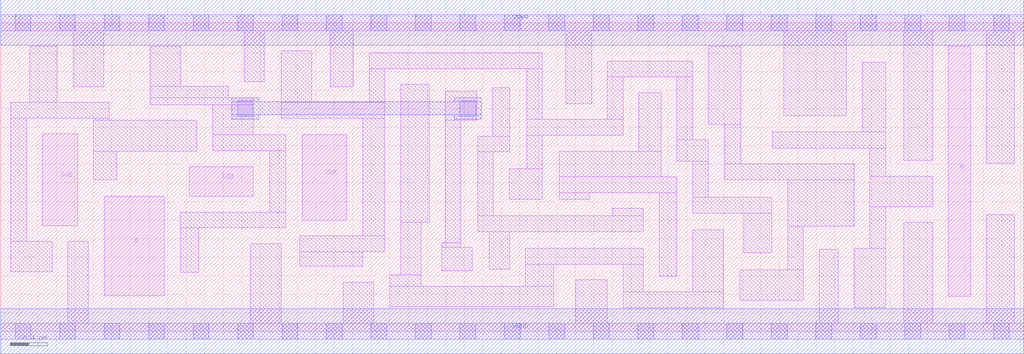
<source format=lef>
# Copyright 2020 The SkyWater PDK Authors
#
# Licensed under the Apache License, Version 2.0 (the "License");
# you may not use this file except in compliance with the License.
# You may obtain a copy of the License at
#
#     https://www.apache.org/licenses/LICENSE-2.0
#
# Unless required by applicable law or agreed to in writing, software
# distributed under the License is distributed on an "AS IS" BASIS,
# WITHOUT WARRANTIES OR CONDITIONS OF ANY KIND, either express or implied.
# See the License for the specific language governing permissions and
# limitations under the License.
#
# SPDX-License-Identifier: Apache-2.0

VERSION 5.7 ;
  NAMESCASESENSITIVE ON ;
  NOWIREEXTENSIONATPIN ON ;
  DIVIDERCHAR "/" ;
  BUSBITCHARS "[]" ;
UNITS
  DATABASE MICRONS 200 ;
END UNITS
MACRO sky130_fd_sc_lp__sdfxtp_2
  CLASS CORE ;
  SOURCE USER ;
  FOREIGN sky130_fd_sc_lp__sdfxtp_2 ;
  ORIGIN  0.000000  0.000000 ;
  SIZE  11.04000 BY  3.330000 ;
  SYMMETRY X Y R90 ;
  SITE unit ;
  PIN D
    ANTENNAGATEAREA  0.159000 ;
    DIRECTION INPUT ;
    USE SIGNAL ;
    PORT
      LAYER li1 ;
        RECT 1.115000 0.385000 1.765000 1.455000 ;
    END
  END D
  PIN Q
    ANTENNADIFFAREA  0.588000 ;
    DIRECTION OUTPUT ;
    USE SIGNAL ;
    PORT
      LAYER li1 ;
        RECT 10.225000 0.375000 10.465000 3.075000 ;
    END
  END Q
  PIN SCD
    ANTENNAGATEAREA  0.159000 ;
    DIRECTION INPUT ;
    USE SIGNAL ;
    PORT
      LAYER li1 ;
        RECT 2.035000 1.455000 2.725000 1.775000 ;
    END
  END SCD
  PIN SCE
    ANTENNAGATEAREA  0.318000 ;
    DIRECTION INPUT ;
    USE SIGNAL ;
    PORT
      LAYER li1 ;
        RECT 0.450000 1.140000 0.830000 2.130000 ;
    END
  END SCE
  PIN CLK
    ANTENNAGATEAREA  0.159000 ;
    DIRECTION INPUT ;
    USE CLOCK ;
    PORT
      LAYER li1 ;
        RECT 3.255000 1.200000 3.735000 2.120000 ;
    END
  END CLK
  PIN VGND
    DIRECTION INOUT ;
    USE GROUND ;
    PORT
      LAYER met1 ;
        RECT 0.000000 -0.245000 11.040000 0.245000 ;
    END
  END VGND
  PIN VPWR
    DIRECTION INOUT ;
    USE POWER ;
    PORT
      LAYER met1 ;
        RECT 0.000000 3.085000 11.040000 3.575000 ;
    END
  END VPWR
  OBS
    LAYER li1 ;
      RECT  0.000000 -0.085000 11.040000 0.085000 ;
      RECT  0.000000  3.245000 11.040000 3.415000 ;
      RECT  0.110000  0.640000  0.555000 0.970000 ;
      RECT  0.110000  0.970000  0.280000 2.300000 ;
      RECT  0.110000  2.300000  1.170000 2.470000 ;
      RECT  0.315000  2.470000  0.610000 3.075000 ;
      RECT  0.725000  0.085000  0.945000 0.970000 ;
      RECT  0.780000  2.640000  1.110000 3.245000 ;
      RECT  1.000000  1.635000  1.250000 1.945000 ;
      RECT  1.000000  1.945000  2.115000 2.275000 ;
      RECT  1.000000  2.275000  1.170000 2.300000 ;
      RECT  1.615000  2.445000  2.725000 2.520000 ;
      RECT  1.615000  2.520000  2.455000 2.645000 ;
      RECT  1.615000  2.645000  1.945000 3.075000 ;
      RECT  1.935000  0.635000  2.135000 1.115000 ;
      RECT  1.935000  1.115000  3.075000 1.285000 ;
      RECT  2.285000  1.950000  3.075000 2.120000 ;
      RECT  2.285000  2.120000  2.725000 2.445000 ;
      RECT  2.625000  2.690000  2.845000 3.245000 ;
      RECT  2.695000  0.085000  3.025000 0.945000 ;
      RECT  2.905000  1.285000  3.075000 1.950000 ;
      RECT  3.025000  2.300000  4.145000 2.470000 ;
      RECT  3.025000  2.470000  3.355000 3.025000 ;
      RECT  3.225000  0.700000  3.905000 0.860000 ;
      RECT  3.225000  0.860000  4.145000 1.030000 ;
      RECT  3.555000  2.640000  3.805000 3.245000 ;
      RECT  3.695000  0.085000  4.025000 0.530000 ;
      RECT  3.905000  1.030000  4.145000 2.300000 ;
      RECT  3.975000  2.470000  4.145000 2.835000 ;
      RECT  3.975000  2.835000  5.845000 3.005000 ;
      RECT  4.195000  0.265000  5.965000 0.485000 ;
      RECT  4.195000  0.485000  4.535000 0.610000 ;
      RECT  4.315000  0.610000  4.535000 1.175000 ;
      RECT  4.315000  1.175000  4.625000 2.665000 ;
      RECT  4.760000  0.655000  5.090000 0.905000 ;
      RECT  4.760000  0.905000  4.965000 0.955000 ;
      RECT  4.795000  0.955000  4.965000 2.275000 ;
      RECT  4.795000  2.275000  5.135000 2.590000 ;
      RECT  5.145000  1.075000  6.935000 1.245000 ;
      RECT  5.145000  1.245000  5.315000 1.935000 ;
      RECT  5.145000  1.935000  5.495000 2.105000 ;
      RECT  5.270000  0.670000  5.490000 1.075000 ;
      RECT  5.305000  2.105000  5.495000 2.630000 ;
      RECT  5.485000  1.425000  5.845000 1.755000 ;
      RECT  5.660000  0.485000  5.965000 0.725000 ;
      RECT  5.660000  0.725000  6.935000 0.895000 ;
      RECT  5.675000  1.755000  5.845000 2.115000 ;
      RECT  5.675000  2.115000  6.715000 2.285000 ;
      RECT  5.675000  2.285000  5.845000 2.835000 ;
      RECT  6.025000  1.425000  6.355000 1.495000 ;
      RECT  6.025000  1.495000  7.295000 1.665000 ;
      RECT  6.025000  1.665000  7.125000 1.945000 ;
      RECT  6.095000  2.455000  6.375000 3.245000 ;
      RECT  6.205000  0.085000  6.545000 0.555000 ;
      RECT  6.545000  2.285000  6.715000 2.745000 ;
      RECT  6.545000  2.745000  7.465000 2.915000 ;
      RECT  6.605000  1.245000  6.935000 1.325000 ;
      RECT  6.715000  0.255000  7.795000 0.425000 ;
      RECT  6.715000  0.425000  6.935000 0.725000 ;
      RECT  6.885000  1.945000  7.125000 2.575000 ;
      RECT  7.105000  0.595000  7.295000 1.495000 ;
      RECT  7.295000  1.835000  7.635000 2.065000 ;
      RECT  7.295000  2.065000  7.465000 2.745000 ;
      RECT  7.465000  0.425000  7.795000 1.095000 ;
      RECT  7.465000  1.275000  8.320000 1.445000 ;
      RECT  7.465000  1.445000  7.635000 1.835000 ;
      RECT  7.635000  2.235000  7.985000 3.075000 ;
      RECT  7.815000  1.635000  9.210000 1.805000 ;
      RECT  7.815000  1.805000  7.985000 2.235000 ;
      RECT  7.975000  0.335000  8.660000 0.665000 ;
      RECT  8.020000  0.845000  8.320000 1.275000 ;
      RECT  8.325000  1.975000  9.550000 2.155000 ;
      RECT  8.450000  2.325000  9.125000 3.245000 ;
      RECT  8.490000  0.665000  8.660000 1.135000 ;
      RECT  8.490000  1.135000  9.210000 1.635000 ;
      RECT  8.830000  0.085000  9.040000 0.885000 ;
      RECT  9.210000  0.255000  9.550000 0.895000 ;
      RECT  9.295000  2.155000  9.550000 2.905000 ;
      RECT  9.380000  0.895000  9.550000 1.345000 ;
      RECT  9.380000  1.345000 10.055000 1.675000 ;
      RECT  9.380000  1.675000  9.550000 1.975000 ;
      RECT  9.745000  0.085000 10.055000 1.175000 ;
      RECT  9.745000  1.845000 10.055000 3.245000 ;
      RECT 10.635000  0.085000 10.935000 1.255000 ;
      RECT 10.635000  1.815000 10.935000 3.245000 ;
    LAYER mcon ;
      RECT  0.155000 -0.085000  0.325000 0.085000 ;
      RECT  0.155000  3.245000  0.325000 3.415000 ;
      RECT  0.635000 -0.085000  0.805000 0.085000 ;
      RECT  0.635000  3.245000  0.805000 3.415000 ;
      RECT  1.115000 -0.085000  1.285000 0.085000 ;
      RECT  1.115000  3.245000  1.285000 3.415000 ;
      RECT  1.595000 -0.085000  1.765000 0.085000 ;
      RECT  1.595000  3.245000  1.765000 3.415000 ;
      RECT  2.075000 -0.085000  2.245000 0.085000 ;
      RECT  2.075000  3.245000  2.245000 3.415000 ;
      RECT  2.555000 -0.085000  2.725000 0.085000 ;
      RECT  2.555000  2.320000  2.725000 2.490000 ;
      RECT  2.555000  3.245000  2.725000 3.415000 ;
      RECT  3.035000 -0.085000  3.205000 0.085000 ;
      RECT  3.035000  3.245000  3.205000 3.415000 ;
      RECT  3.515000 -0.085000  3.685000 0.085000 ;
      RECT  3.515000  3.245000  3.685000 3.415000 ;
      RECT  3.995000 -0.085000  4.165000 0.085000 ;
      RECT  3.995000  3.245000  4.165000 3.415000 ;
      RECT  4.475000 -0.085000  4.645000 0.085000 ;
      RECT  4.475000  3.245000  4.645000 3.415000 ;
      RECT  4.955000 -0.085000  5.125000 0.085000 ;
      RECT  4.955000  2.320000  5.125000 2.490000 ;
      RECT  4.955000  3.245000  5.125000 3.415000 ;
      RECT  5.435000 -0.085000  5.605000 0.085000 ;
      RECT  5.435000  3.245000  5.605000 3.415000 ;
      RECT  5.915000 -0.085000  6.085000 0.085000 ;
      RECT  5.915000  3.245000  6.085000 3.415000 ;
      RECT  6.395000 -0.085000  6.565000 0.085000 ;
      RECT  6.395000  3.245000  6.565000 3.415000 ;
      RECT  6.875000 -0.085000  7.045000 0.085000 ;
      RECT  6.875000  3.245000  7.045000 3.415000 ;
      RECT  7.355000 -0.085000  7.525000 0.085000 ;
      RECT  7.355000  3.245000  7.525000 3.415000 ;
      RECT  7.835000 -0.085000  8.005000 0.085000 ;
      RECT  7.835000  3.245000  8.005000 3.415000 ;
      RECT  8.315000 -0.085000  8.485000 0.085000 ;
      RECT  8.315000  3.245000  8.485000 3.415000 ;
      RECT  8.795000 -0.085000  8.965000 0.085000 ;
      RECT  8.795000  3.245000  8.965000 3.415000 ;
      RECT  9.275000 -0.085000  9.445000 0.085000 ;
      RECT  9.275000  3.245000  9.445000 3.415000 ;
      RECT  9.755000 -0.085000  9.925000 0.085000 ;
      RECT  9.755000  3.245000  9.925000 3.415000 ;
      RECT 10.235000 -0.085000 10.405000 0.085000 ;
      RECT 10.235000  3.245000 10.405000 3.415000 ;
      RECT 10.715000 -0.085000 10.885000 0.085000 ;
      RECT 10.715000  3.245000 10.885000 3.415000 ;
    LAYER met1 ;
      RECT 2.495000 2.290000 2.785000 2.335000 ;
      RECT 2.495000 2.335000 5.185000 2.475000 ;
      RECT 2.495000 2.475000 2.785000 2.520000 ;
      RECT 4.895000 2.290000 5.185000 2.335000 ;
      RECT 4.895000 2.475000 5.185000 2.520000 ;
  END
END sky130_fd_sc_lp__sdfxtp_2
END LIBRARY

</source>
